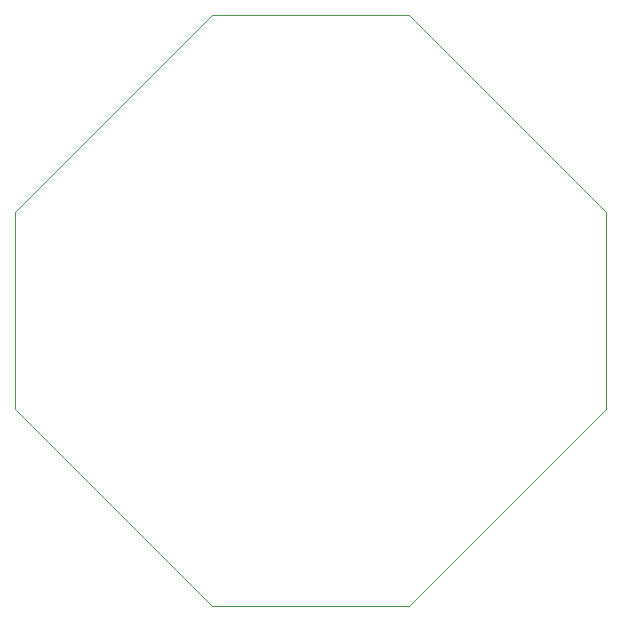
<source format=gbs>
G04 Layer: BottomSolderMaskLayer*
G04 EasyEDA v6.5.9, 2022-09-28 16:40:11*
G04 a67cddfb3fce44daa9051d46cbbcc19f,10*
G04 Gerber Generator version 0.2*
G04 Scale: 100 percent, Rotated: No, Reflected: No *
G04 Dimensions in millimeters *
G04 leading zeros omitted , absolute positions ,4 integer and 5 decimal *
%FSLAX45Y45*%
%MOMM*%

%ADD10C,0.1000*%

%LPD*%
D10*
X1665996Y4997991D02*
G01*
X3332695Y4997991D01*
X4999385Y3331296D01*
X4999385Y1664601D01*
X3332695Y-2105D01*
X1665996Y-2105D01*
X-706Y1664601D01*
X-706Y3331296D01*
X1665996Y4997991D01*
M02*

</source>
